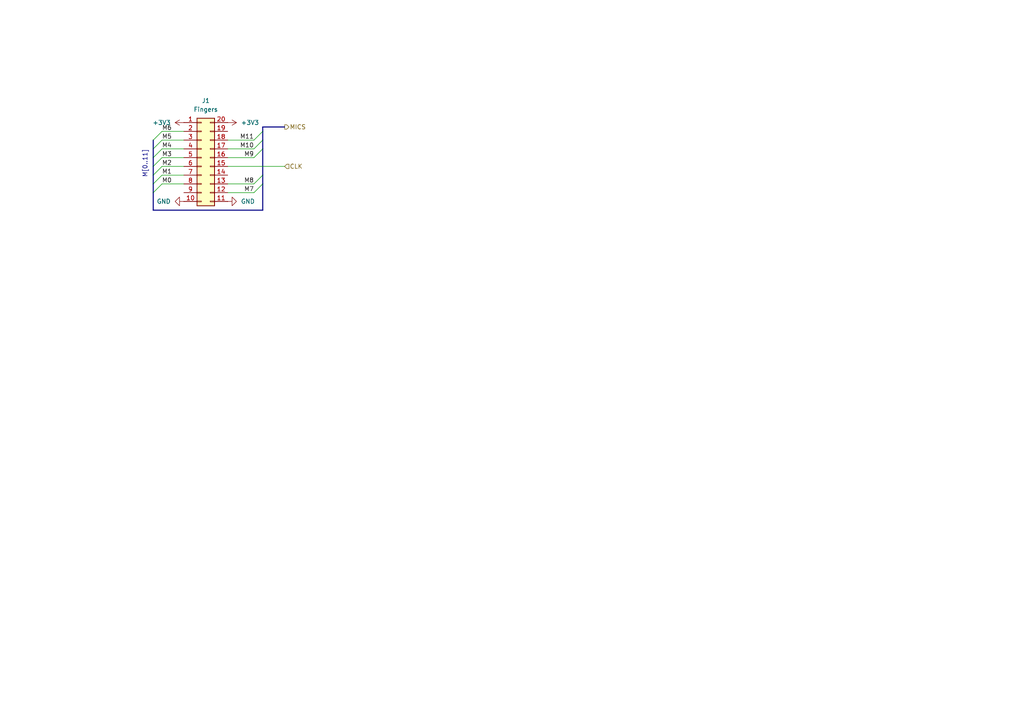
<source format=kicad_sch>
(kicad_sch (version 20250114) (generator "eeschema") (generator_version "9.0")
  (paper "A4")
  (lib_symbols
    (symbol "Connector_Generic:Conn_02x10_Counter_Clockwise" (pin_names (offset 1.016) (hide yes))
      (property "Reference" "J" (at 1.27 12.7 0))
      (property "Value" "Conn_02x10_Counter_Clockwise" (at 1.27 -15.24 0))
      (symbol "Conn_02x10_Counter_Clockwise_1_1"
        (rectangle (start -1.27 11.43) (end 3.81 -13.97) (stroke (width 0.254)) (fill (type background)))
        (rectangle (start -1.27 10.287) (end 0 10.033) (stroke (width 0.1524)))
        (rectangle (start -1.27 7.747) (end 0 7.493) (stroke (width 0.1524)))
        (rectangle (start -1.27 5.207) (end 0 4.953) (stroke (width 0.1524)))
        (rectangle (start -1.27 2.667) (end 0 2.413) (stroke (width 0.1524)))
        (rectangle (start -1.27 0.127) (end 0 -0.127) (stroke (width 0.1524)))
        (rectangle (start -1.27 -2.413) (end 0 -2.667) (stroke (width 0.1524)))
        (rectangle (start -1.27 -4.953) (end 0 -5.207) (stroke (width 0.1524)))
        (rectangle (start -1.27 -7.493) (end 0 -7.747) (stroke (width 0.1524)))
        (rectangle (start -1.27 -10.033) (end 0 -10.287) (stroke (width 0.1524)))
        (rectangle (start -1.27 -12.573) (end 0 -12.827) (stroke (width 0.1524)))
        (rectangle (start 3.81 10.287) (end 2.54 10.033) (stroke (width 0.1524)))
        (rectangle (start 3.81 7.747) (end 2.54 7.493) (stroke (width 0.1524)))
        (rectangle (start 3.81 5.207) (end 2.54 4.953) (stroke (width 0.1524)))
        (rectangle (start 3.81 2.667) (end 2.54 2.413) (stroke (width 0.1524)))
        (rectangle (start 3.81 0.127) (end 2.54 -0.127) (stroke (width 0.1524)))
        (rectangle (start 3.81 -2.413) (end 2.54 -2.667) (stroke (width 0.1524)))
        (rectangle (start 3.81 -4.953) (end 2.54 -5.207) (stroke (width 0.1524)))
        (rectangle (start 3.81 -7.493) (end 2.54 -7.747) (stroke (width 0.1524)))
        (rectangle (start 3.81 -10.033) (end 2.54 -10.287) (stroke (width 0.1524)))
        (rectangle (start 3.81 -12.573) (end 2.54 -12.827) (stroke (width 0.1524)))
        (pin passive line (at -5.08 10.16 0) (length 3.81) (name "Pin_1") (number "1"))
        (pin passive line (at -5.08 7.62 0) (length 3.81) (name "Pin_2") (number "2"))
        (pin passive line (at -5.08 5.08 0) (length 3.81) (name "Pin_3") (number "3"))
        (pin passive line (at -5.08 2.54 0) (length 3.81) (name "Pin_4") (number "4"))
        (pin passive line (at -5.08 0 0) (length 3.81) (name "Pin_5") (number "5"))
        (pin passive line (at -5.08 -2.54 0) (length 3.81) (name "Pin_6") (number "6"))
        (pin passive line (at -5.08 -5.08 0) (length 3.81) (name "Pin_7") (number "7"))
        (pin passive line (at -5.08 -7.62 0) (length 3.81) (name "Pin_8") (number "8"))
        (pin passive line (at -5.08 -10.16 0) (length 3.81) (name "Pin_9") (number "9"))
        (pin passive line (at -5.08 -12.7 0) (length 3.81) (name "Pin_10") (number "10"))
        (pin passive line (at 7.62 10.16 180) (length 3.81) (name "Pin_20") (number "20"))
        (pin passive line (at 7.62 7.62 180) (length 3.81) (name "Pin_19") (number "19"))
        (pin passive line (at 7.62 5.08 180) (length 3.81) (name "Pin_18") (number "18"))
        (pin passive line (at 7.62 2.54 180) (length 3.81) (name "Pin_17") (number "17"))
        (pin passive line (at 7.62 0 180) (length 3.81) (name "Pin_16") (number "16"))
        (pin passive line (at 7.62 -2.54 180) (length 3.81) (name "Pin_15") (number "15"))
        (pin passive line (at 7.62 -5.08 180) (length 3.81) (name "Pin_14") (number "14"))
        (pin passive line (at 7.62 -7.62 180) (length 3.81) (name "Pin_13") (number "13"))
        (pin passive line (at 7.62 -10.16 180) (length 3.81) (name "Pin_12") (number "12"))
        (pin passive line (at 7.62 -12.7 180) (length 3.81) (name "Pin_11") (number "11"))
      )
    )
    (symbol "power:+3V3" (power) (pin_numbers (hide yes)) (pin_names (offset 0) (hide yes))
      (property "Value" "+3V3" (at 0 3.556 0))
      (symbol "+3V3_0_1"
        (polyline (pts (xy -0.762 1.27) (xy 0 2.54)))
        (polyline (pts (xy 0 2.54) (xy 0.762 1.27)))
        (polyline (pts (xy 0 0) (xy 0 2.54)))
      )
      (symbol "+3V3_1_1"
        (pin power_in line (at 0 0 90) (length 0) (name "~") (number "1"))
      )
    )
    (symbol "power:GND" (power) (pin_numbers (hide yes)) (pin_names (offset 0) (hide yes))
      (property "Value" "GND" (at 0 -3.81 0))
      (symbol "GND_0_1"
        (polyline (pts (xy 0 0) (xy 0 -1.27) (xy 1.27 -1.27) (xy 0 -2.54) (xy -1.27 -1.27) (xy 0 -1.27)))
      )
      (symbol "GND_1_1"
        (pin power_in line (at 0 0 270) (length 0) (name "~") (number "1"))
      )
    )
  )
  (bus_entry (at 73.66 40.64) (size 2.54 -2.54))
  (bus_entry (at 44.45 50.8) (size 2.54 -2.54))
  (bus_entry (at 44.45 55.88) (size 2.54 -2.54))
  (bus_entry (at 73.66 55.88) (size 2.54 -2.54))
  (bus_entry (at 44.45 48.26) (size 2.54 -2.54))
  (bus_entry (at 44.45 45.72) (size 2.54 -2.54))
  (bus_entry (at 44.45 43.18) (size 2.54 -2.54))
  (bus_entry (at 73.66 43.18) (size 2.54 -2.54))
  (bus_entry (at 73.66 45.72) (size 2.54 -2.54))
  (bus_entry (at 44.45 40.64) (size 2.54 -2.54))
  (bus_entry (at 73.66 53.34) (size 2.54 -2.54))
  (bus_entry (at 44.45 53.34) (size 2.54 -2.54))
  (bus (pts (xy 76.2 36.83) (xy 82.55 36.83)))
  (bus (pts (xy 44.45 55.88) (xy 44.45 60.96)))
  (wire (pts (xy 66.04 48.26) (xy 82.55 48.26)))
  (bus (pts (xy 44.45 43.18) (xy 44.45 45.72)))
  (bus (pts (xy 76.2 43.18) (xy 76.2 40.64)))
  (wire (pts (xy 46.99 48.26) (xy 53.34 48.26)))
  (wire (pts (xy 46.99 50.8) (xy 53.34 50.8)))
  (bus (pts (xy 44.45 53.34) (xy 44.45 55.88)))
  (wire (pts (xy 73.66 53.34) (xy 66.04 53.34)))
  (wire (pts (xy 73.66 45.72) (xy 66.04 45.72)))
  (bus (pts (xy 76.2 40.64) (xy 76.2 38.1)))
  (bus (pts (xy 44.45 50.8) (xy 44.45 53.34)))
  (wire (pts (xy 46.99 53.34) (xy 53.34 53.34)))
  (bus (pts (xy 44.45 48.26) (xy 44.45 50.8)))
  (wire (pts (xy 46.99 45.72) (xy 53.34 45.72)))
  (bus (pts (xy 76.2 38.1) (xy 76.2 36.83)))
  (bus (pts (xy 44.45 45.72) (xy 44.45 48.26)))
  (wire (pts (xy 73.66 40.64) (xy 66.04 40.64)))
  (wire (pts (xy 46.99 38.1) (xy 53.34 38.1)))
  (bus (pts (xy 76.2 53.34) (xy 76.2 50.8)))
  (wire (pts (xy 46.99 40.64) (xy 53.34 40.64)))
  (bus (pts (xy 76.2 60.96) (xy 76.2 53.34)))
  (bus (pts (xy 76.2 50.8) (xy 76.2 43.18)))
  (wire (pts (xy 73.66 43.18) (xy 66.04 43.18)))
  (wire (pts (xy 46.99 43.18) (xy 53.34 43.18)))
  (bus (pts (xy 44.45 40.64) (xy 44.45 43.18)))
  (wire (pts (xy 73.66 55.88) (xy 66.04 55.88)))
  (bus (pts (xy 44.45 60.96) (xy 76.2 60.96)))
  (label "M3" (at 46.99 45.72 0))
  (label "M5" (at 46.99 40.64 0))
  (label "M11" (at 73.66 40.64 180))
  (label "M0" (at 46.99 53.34 0))
  (label "M7" (at 73.66 55.88 180))
  (label "M[0..11]" (at 43.18 43.18 270))
  (label "M9" (at 73.66 45.72 180))
  (label "M1" (at 46.99 50.8 0))
  (label "M6" (at 46.99 38.1 0))
  (label "M8" (at 73.66 53.34 180))
  (label "M10" (at 73.66 43.18 180))
  (label "M2" (at 46.99 48.26 0))
  (label "M4" (at 46.99 43.18 0))
  (hierarchical_label "CLK" (shape input) (at 82.55 48.26 0))
  (hierarchical_label "MICS" (shape output) (at 82.55 36.83 0))
  (symbol (lib_id "power:GND") (at 66.04 58.42 90) (unit 1)
    (property "Reference" "#PWR031" (effects (hide yes)))
    (property "Value" "GND" (at 69.85 58.4199 90) (effects (justify right)))
    (property "Description" "Power symbol creates a global label with name \"GND\" , ground" (effects (hide yes)))
  )
  (symbol (lib_id "power:+3V3") (at 66.04 35.56 270) (unit 1)
    (property "Reference" "#PWR033" (effects (hide yes)))
    (property "Value" "+3V3" (at 69.85 35.5599 90) (effects (justify left)))
    (property "Description" "Power symbol creates a global label with name \"+3V3\"" (effects (hide yes)))
  )
  (symbol (lib_id "power:GND") (at 53.34 58.42 270) (unit 1)
    (property "Reference" "#PWR032" (effects (hide yes)))
    (property "Value" "GND" (at 49.53 58.4199 90) (effects (justify right)))
    (property "Description" "Power symbol creates a global label with name \"GND\" , ground" (effects (hide yes)))
  )
  (symbol (lib_id "power:+3V3") (at 53.34 35.56 90) (unit 1)
    (property "Reference" "#PWR034" (effects (hide yes)))
    (property "Value" "+3V3" (at 49.53 35.5599 90) (effects (justify left)))
    (property "Description" "Power symbol creates a global label with name \"+3V3\"" (effects (hide yes)))
  )
  (symbol (lib_id "Connector_Generic:Conn_02x10_Counter_Clockwise") (at 58.42 45.72 0) (unit 1)
    (property "Reference" "J1" (at 59.69 29.21 0))
    (property "Value" "Fingers" (at 59.69 31.75 0))
    (property "Description" "Generic connector, double row, 02x10, counter clockwise pin numbering scheme (similar to DIP package numbering), script generated (kicad-library-utils/schlib/autogen/connector/)" (effects (hide yes)))
  )
)
</source>
